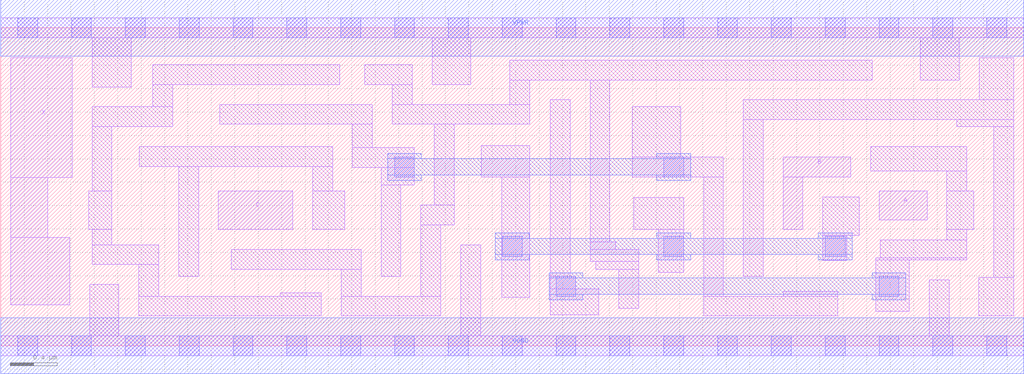
<source format=lef>
# Copyright 2020 The SkyWater PDK Authors
#
# Licensed under the Apache License, Version 2.0 (the "License");
# you may not use this file except in compliance with the License.
# You may obtain a copy of the License at
#
#     https://www.apache.org/licenses/LICENSE-2.0
#
# Unless required by applicable law or agreed to in writing, software
# distributed under the License is distributed on an "AS IS" BASIS,
# WITHOUT WARRANTIES OR CONDITIONS OF ANY KIND, either express or implied.
# See the License for the specific language governing permissions and
# limitations under the License.
#
# SPDX-License-Identifier: Apache-2.0

VERSION 5.7 ;
  NAMESCASESENSITIVE ON ;
  NOWIREEXTENSIONATPIN ON ;
  DIVIDERCHAR "/" ;
  BUSBITCHARS "[]" ;
UNITS
  DATABASE MICRONS 200 ;
END UNITS
MACRO sky130_fd_sc_hd__xor3_1
  CLASS CORE ;
  SOURCE USER ;
  FOREIGN sky130_fd_sc_hd__xor3_1 ;
  ORIGIN  0.000000  0.000000 ;
  SIZE  8.740000 BY  2.720000 ;
  SYMMETRY X Y R90 ;
  SITE unithd ;
  PIN A
    ANTENNAGATEAREA  0.246000 ;
    DIRECTION INPUT ;
    USE SIGNAL ;
    PORT
      LAYER li1 ;
        RECT 7.505000 1.075000 7.915000 1.325000 ;
    END
  END A
  PIN B
    ANTENNAGATEAREA  0.661500 ;
    DIRECTION INPUT ;
    USE SIGNAL ;
    PORT
      LAYER li1 ;
        RECT 6.685000 0.995000 6.855000 1.445000 ;
        RECT 6.685000 1.445000 7.265000 1.615000 ;
    END
  END B
  PIN C
    ANTENNAGATEAREA  0.381000 ;
    DIRECTION INPUT ;
    USE SIGNAL ;
    PORT
      LAYER li1 ;
        RECT 1.860000 0.995000 2.495000 1.325000 ;
    END
  END C
  PIN X
    ANTENNADIFFAREA  0.449000 ;
    DIRECTION OUTPUT ;
    USE SIGNAL ;
    PORT
      LAYER li1 ;
        RECT 0.085000 0.350000 0.590000 0.925000 ;
        RECT 0.085000 0.925000 0.400000 1.440000 ;
        RECT 0.085000 1.440000 0.610000 2.465000 ;
    END
  END X
  PIN VGND
    DIRECTION INOUT ;
    SHAPE ABUTMENT ;
    USE GROUND ;
    PORT
      LAYER met1 ;
        RECT 0.000000 -0.240000 8.740000 0.240000 ;
    END
  END VGND
  PIN VPWR
    DIRECTION INOUT ;
    SHAPE ABUTMENT ;
    USE POWER ;
    PORT
      LAYER met1 ;
        RECT 0.000000 2.480000 8.740000 2.960000 ;
    END
  END VPWR
  OBS
    LAYER li1 ;
      RECT 0.000000 -0.085000 8.740000 0.085000 ;
      RECT 0.000000  2.635000 8.740000 2.805000 ;
      RECT 0.750000  0.995000 0.950000 1.325000 ;
      RECT 0.760000  0.085000 1.010000 0.525000 ;
      RECT 0.780000  0.695000 1.350000 0.865000 ;
      RECT 0.780000  0.865000 0.950000 0.995000 ;
      RECT 0.780000  1.325000 0.950000 1.875000 ;
      RECT 0.780000  1.875000 1.470000 2.045000 ;
      RECT 0.780000  2.215000 1.115000 2.635000 ;
      RECT 1.180000  0.255000 2.740000 0.425000 ;
      RECT 1.180000  0.425000 1.350000 0.695000 ;
      RECT 1.185000  1.535000 2.835000 1.705000 ;
      RECT 1.300000  2.045000 1.470000 2.235000 ;
      RECT 1.300000  2.235000 2.895000 2.405000 ;
      RECT 1.520000  0.595000 1.690000 1.535000 ;
      RECT 1.870000  1.895000 3.175000 2.065000 ;
      RECT 1.970000  0.655000 3.080000 0.825000 ;
      RECT 2.390000  0.425000 2.740000 0.455000 ;
      RECT 2.665000  0.995000 2.940000 1.325000 ;
      RECT 2.665000  1.325000 2.835000 1.535000 ;
      RECT 2.910000  0.255000 3.760000 0.425000 ;
      RECT 2.910000  0.425000 3.080000 0.655000 ;
      RECT 3.005000  1.525000 3.535000 1.695000 ;
      RECT 3.005000  1.695000 3.175000 1.895000 ;
      RECT 3.110000  2.235000 3.515000 2.405000 ;
      RECT 3.250000  0.595000 3.420000 1.375000 ;
      RECT 3.250000  1.375000 3.535000 1.525000 ;
      RECT 3.345000  1.895000 4.520000 2.065000 ;
      RECT 3.345000  2.065000 3.515000 2.235000 ;
      RECT 3.590000  0.425000 3.760000 1.035000 ;
      RECT 3.590000  1.035000 3.875000 1.205000 ;
      RECT 3.685000  2.235000 4.015000 2.635000 ;
      RECT 3.705000  1.205000 3.875000 1.895000 ;
      RECT 3.930000  0.085000 4.100000 0.865000 ;
      RECT 4.105000  1.445000 4.520000 1.715000 ;
      RECT 4.280000  0.415000 4.520000 1.445000 ;
      RECT 4.350000  2.065000 4.520000 2.275000 ;
      RECT 4.350000  2.275000 7.445000 2.445000 ;
      RECT 4.695000  0.265000 5.110000 0.485000 ;
      RECT 4.695000  0.485000 4.915000 0.595000 ;
      RECT 4.695000  0.595000 4.865000 2.105000 ;
      RECT 5.035000  0.720000 5.450000 0.825000 ;
      RECT 5.035000  0.825000 5.255000 0.890000 ;
      RECT 5.035000  0.890000 5.205000 2.275000 ;
      RECT 5.085000  0.655000 5.450000 0.720000 ;
      RECT 5.280000  0.320000 5.450000 0.655000 ;
      RECT 5.395000  1.445000 6.175000 1.615000 ;
      RECT 5.395000  1.615000 5.810000 2.045000 ;
      RECT 5.410000  0.995000 5.835000 1.270000 ;
      RECT 5.620000  0.630000 5.835000 0.995000 ;
      RECT 6.005000  0.255000 7.150000 0.425000 ;
      RECT 6.005000  0.425000 6.175000 1.445000 ;
      RECT 6.345000  0.595000 6.515000 1.935000 ;
      RECT 6.345000  1.935000 8.655000 2.105000 ;
      RECT 6.685000  0.425000 7.150000 0.465000 ;
      RECT 7.025000  0.730000 7.230000 0.945000 ;
      RECT 7.025000  0.945000 7.335000 1.275000 ;
      RECT 7.435000  1.495000 8.255000 1.705000 ;
      RECT 7.475000  0.295000 7.765000 0.735000 ;
      RECT 7.475000  0.735000 8.255000 0.750000 ;
      RECT 7.515000  0.750000 8.255000 0.905000 ;
      RECT 7.855000  2.275000 8.190000 2.635000 ;
      RECT 7.935000  0.085000 8.105000 0.565000 ;
      RECT 8.085000  0.905000 8.255000 0.995000 ;
      RECT 8.085000  0.995000 8.315000 1.325000 ;
      RECT 8.085000  1.325000 8.255000 1.495000 ;
      RECT 8.170000  1.875000 8.655000 1.935000 ;
      RECT 8.355000  0.255000 8.655000 0.585000 ;
      RECT 8.360000  2.105000 8.655000 2.465000 ;
      RECT 8.485000  0.585000 8.655000 1.875000 ;
    LAYER mcon ;
      RECT 0.145000 -0.085000 0.315000 0.085000 ;
      RECT 0.145000  2.635000 0.315000 2.805000 ;
      RECT 0.605000 -0.085000 0.775000 0.085000 ;
      RECT 0.605000  2.635000 0.775000 2.805000 ;
      RECT 1.065000 -0.085000 1.235000 0.085000 ;
      RECT 1.065000  2.635000 1.235000 2.805000 ;
      RECT 1.525000 -0.085000 1.695000 0.085000 ;
      RECT 1.525000  2.635000 1.695000 2.805000 ;
      RECT 1.985000 -0.085000 2.155000 0.085000 ;
      RECT 1.985000  2.635000 2.155000 2.805000 ;
      RECT 2.445000 -0.085000 2.615000 0.085000 ;
      RECT 2.445000  2.635000 2.615000 2.805000 ;
      RECT 2.905000 -0.085000 3.075000 0.085000 ;
      RECT 2.905000  2.635000 3.075000 2.805000 ;
      RECT 3.365000 -0.085000 3.535000 0.085000 ;
      RECT 3.365000  1.445000 3.535000 1.615000 ;
      RECT 3.365000  2.635000 3.535000 2.805000 ;
      RECT 3.825000 -0.085000 3.995000 0.085000 ;
      RECT 3.825000  2.635000 3.995000 2.805000 ;
      RECT 4.285000 -0.085000 4.455000 0.085000 ;
      RECT 4.285000  0.765000 4.455000 0.935000 ;
      RECT 4.285000  2.635000 4.455000 2.805000 ;
      RECT 4.745000 -0.085000 4.915000 0.085000 ;
      RECT 4.745000  0.425000 4.915000 0.595000 ;
      RECT 4.745000  2.635000 4.915000 2.805000 ;
      RECT 5.205000 -0.085000 5.375000 0.085000 ;
      RECT 5.205000  2.635000 5.375000 2.805000 ;
      RECT 5.665000 -0.085000 5.835000 0.085000 ;
      RECT 5.665000  0.765000 5.835000 0.935000 ;
      RECT 5.665000  1.445000 5.835000 1.615000 ;
      RECT 5.665000  2.635000 5.835000 2.805000 ;
      RECT 6.125000 -0.085000 6.295000 0.085000 ;
      RECT 6.125000  2.635000 6.295000 2.805000 ;
      RECT 6.585000 -0.085000 6.755000 0.085000 ;
      RECT 6.585000  2.635000 6.755000 2.805000 ;
      RECT 7.045000 -0.085000 7.215000 0.085000 ;
      RECT 7.045000  0.765000 7.215000 0.935000 ;
      RECT 7.045000  2.635000 7.215000 2.805000 ;
      RECT 7.505000 -0.085000 7.675000 0.085000 ;
      RECT 7.505000  0.425000 7.675000 0.595000 ;
      RECT 7.505000  2.635000 7.675000 2.805000 ;
      RECT 7.965000 -0.085000 8.135000 0.085000 ;
      RECT 7.965000  2.635000 8.135000 2.805000 ;
      RECT 8.425000 -0.085000 8.595000 0.085000 ;
      RECT 8.425000  2.635000 8.595000 2.805000 ;
    LAYER met1 ;
      RECT 3.305000 1.415000 3.595000 1.460000 ;
      RECT 3.305000 1.460000 5.895000 1.600000 ;
      RECT 3.305000 1.600000 3.595000 1.645000 ;
      RECT 4.225000 0.735000 4.515000 0.780000 ;
      RECT 4.225000 0.780000 7.275000 0.920000 ;
      RECT 4.225000 0.920000 4.515000 0.965000 ;
      RECT 4.685000 0.395000 4.975000 0.440000 ;
      RECT 4.685000 0.440000 7.735000 0.580000 ;
      RECT 4.685000 0.580000 4.975000 0.625000 ;
      RECT 5.605000 0.735000 5.895000 0.780000 ;
      RECT 5.605000 0.920000 5.895000 0.965000 ;
      RECT 5.605000 1.415000 5.895000 1.460000 ;
      RECT 5.605000 1.600000 5.895000 1.645000 ;
      RECT 6.985000 0.735000 7.275000 0.780000 ;
      RECT 6.985000 0.920000 7.275000 0.965000 ;
      RECT 7.445000 0.395000 7.735000 0.440000 ;
      RECT 7.445000 0.580000 7.735000 0.625000 ;
  END
END sky130_fd_sc_hd__xor3_1
END LIBRARY

</source>
